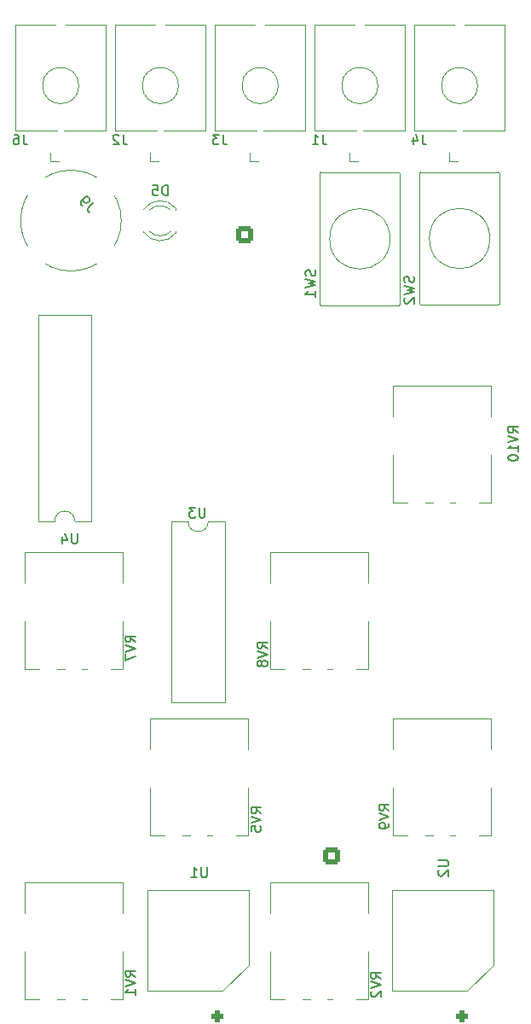
<source format=gbo>
G04 #@! TF.GenerationSoftware,KiCad,Pcbnew,(6.0.0)*
G04 #@! TF.CreationDate,2022-08-05T10:14:58-07:00*
G04 #@! TF.ProjectId,synth,73796e74-682e-46b6-9963-61645f706362,rev?*
G04 #@! TF.SameCoordinates,Original*
G04 #@! TF.FileFunction,Legend,Bot*
G04 #@! TF.FilePolarity,Positive*
%FSLAX46Y46*%
G04 Gerber Fmt 4.6, Leading zero omitted, Abs format (unit mm)*
G04 Created by KiCad (PCBNEW (6.0.0)) date 2022-08-05 10:14:58*
%MOMM*%
%LPD*%
G01*
G04 APERTURE LIST*
G04 Aperture macros list*
%AMRoundRect*
0 Rectangle with rounded corners*
0 $1 Rounding radius*
0 $2 $3 $4 $5 $6 $7 $8 $9 X,Y pos of 4 corners*
0 Add a 4 corners polygon primitive as box body*
4,1,4,$2,$3,$4,$5,$6,$7,$8,$9,$2,$3,0*
0 Add four circle primitives for the rounded corners*
1,1,$1+$1,$2,$3*
1,1,$1+$1,$4,$5*
1,1,$1+$1,$6,$7*
1,1,$1+$1,$8,$9*
0 Add four rect primitives between the rounded corners*
20,1,$1+$1,$2,$3,$4,$5,0*
20,1,$1+$1,$4,$5,$6,$7,0*
20,1,$1+$1,$6,$7,$8,$9,0*
20,1,$1+$1,$8,$9,$2,$3,0*%
G04 Aperture macros list end*
%ADD10C,0.150000*%
%ADD11C,0.120000*%
%ADD12C,0.125000*%
%ADD13RoundRect,0.250000X-0.600000X-0.600000X0.600000X-0.600000X0.600000X0.600000X-0.600000X0.600000X0*%
%ADD14C,1.700000*%
%ADD15RoundRect,0.250000X0.600000X0.600000X-0.600000X0.600000X-0.600000X-0.600000X0.600000X-0.600000X0*%
%ADD16O,2.720000X3.240000*%
%ADD17R,1.800000X1.800000*%
%ADD18C,1.800000*%
%ADD19C,2.000000*%
%ADD20C,2.500000*%
%ADD21R,1.600000X1.600000*%
%ADD22O,1.600000X1.600000*%
%ADD23R,1.930000X1.830000*%
%ADD24C,2.130000*%
%ADD25RoundRect,0.287500X0.287500X-0.287500X0.287500X0.287500X-0.287500X0.287500X-0.287500X-0.287500X0*%
%ADD26C,1.150000*%
%ADD27C,3.100000*%
G04 APERTURE END LIST*
D10*
X161252380Y-121004761D02*
X160776190Y-120671428D01*
X161252380Y-120433333D02*
X160252380Y-120433333D01*
X160252380Y-120814285D01*
X160300000Y-120909523D01*
X160347619Y-120957142D01*
X160442857Y-121004761D01*
X160585714Y-121004761D01*
X160680952Y-120957142D01*
X160728571Y-120909523D01*
X160776190Y-120814285D01*
X160776190Y-120433333D01*
X160252380Y-121290476D02*
X161252380Y-121623809D01*
X160252380Y-121957142D01*
X161252380Y-122338095D02*
X161252380Y-122528571D01*
X161204761Y-122623809D01*
X161157142Y-122671428D01*
X161014285Y-122766666D01*
X160823809Y-122814285D01*
X160442857Y-122814285D01*
X160347619Y-122766666D01*
X160300000Y-122719047D01*
X160252380Y-122623809D01*
X160252380Y-122433333D01*
X160300000Y-122338095D01*
X160347619Y-122290476D01*
X160442857Y-122242857D01*
X160680952Y-122242857D01*
X160776190Y-122290476D01*
X160823809Y-122338095D01*
X160871428Y-122433333D01*
X160871428Y-122623809D01*
X160823809Y-122719047D01*
X160776190Y-122766666D01*
X160680952Y-122814285D01*
X131897891Y-60706131D02*
X131392815Y-61211207D01*
X131325471Y-61345894D01*
X131325471Y-61480581D01*
X131392815Y-61615268D01*
X131460158Y-61682611D01*
X130820395Y-61042848D02*
X130685708Y-60908161D01*
X130652036Y-60807146D01*
X130652036Y-60739802D01*
X130685708Y-60571444D01*
X130786723Y-60403085D01*
X131056097Y-60133711D01*
X131157112Y-60100039D01*
X131224456Y-60100039D01*
X131325471Y-60133711D01*
X131460158Y-60268398D01*
X131493830Y-60369413D01*
X131493830Y-60436757D01*
X131460158Y-60537772D01*
X131291799Y-60706131D01*
X131190784Y-60739802D01*
X131123441Y-60739802D01*
X131022425Y-60706131D01*
X130887738Y-60571444D01*
X130854067Y-60470428D01*
X130854067Y-60403085D01*
X130887738Y-60302070D01*
X174070998Y-83541571D02*
X173594808Y-83208238D01*
X174070998Y-82970142D02*
X173070998Y-82970142D01*
X173070998Y-83351095D01*
X173118618Y-83446333D01*
X173166237Y-83493952D01*
X173261475Y-83541571D01*
X173404332Y-83541571D01*
X173499570Y-83493952D01*
X173547189Y-83446333D01*
X173594808Y-83351095D01*
X173594808Y-82970142D01*
X173070998Y-83827285D02*
X174070998Y-84160619D01*
X173070998Y-84493952D01*
X174070998Y-85351095D02*
X174070998Y-84779666D01*
X174070998Y-85065380D02*
X173070998Y-85065380D01*
X173213856Y-84970142D01*
X173309094Y-84874904D01*
X173356713Y-84779666D01*
X173070998Y-85970142D02*
X173070998Y-86065380D01*
X173118618Y-86160619D01*
X173166237Y-86208238D01*
X173261475Y-86255857D01*
X173451951Y-86303476D01*
X173690046Y-86303476D01*
X173880522Y-86255857D01*
X173975760Y-86208238D01*
X174023379Y-86160619D01*
X174070998Y-86065380D01*
X174070998Y-85970142D01*
X174023379Y-85874904D01*
X173975760Y-85827285D01*
X173880522Y-85779666D01*
X173690046Y-85732047D01*
X173451951Y-85732047D01*
X173261475Y-85779666D01*
X173166237Y-85827285D01*
X173118618Y-85874904D01*
X173070998Y-85970142D01*
X139243095Y-59992380D02*
X139243095Y-58992380D01*
X139005000Y-58992380D01*
X138862142Y-59040000D01*
X138766904Y-59135238D01*
X138719285Y-59230476D01*
X138671666Y-59420952D01*
X138671666Y-59563809D01*
X138719285Y-59754285D01*
X138766904Y-59849523D01*
X138862142Y-59944761D01*
X139005000Y-59992380D01*
X139243095Y-59992380D01*
X137766904Y-58992380D02*
X138243095Y-58992380D01*
X138290714Y-59468571D01*
X138243095Y-59420952D01*
X138147857Y-59373333D01*
X137909761Y-59373333D01*
X137814523Y-59420952D01*
X137766904Y-59468571D01*
X137719285Y-59563809D01*
X137719285Y-59801904D01*
X137766904Y-59897142D01*
X137814523Y-59944761D01*
X137909761Y-59992380D01*
X138147857Y-59992380D01*
X138243095Y-59944761D01*
X138290714Y-59897142D01*
X130301904Y-93521380D02*
X130301904Y-94330904D01*
X130254285Y-94426142D01*
X130206666Y-94473761D01*
X130111428Y-94521380D01*
X129920952Y-94521380D01*
X129825714Y-94473761D01*
X129778095Y-94426142D01*
X129730476Y-94330904D01*
X129730476Y-93521380D01*
X128825714Y-93854714D02*
X128825714Y-94521380D01*
X129063809Y-93473761D02*
X129301904Y-94188047D01*
X128682857Y-94188047D01*
X144747951Y-53936380D02*
X144747951Y-54650666D01*
X144795570Y-54793523D01*
X144890808Y-54888761D01*
X145033665Y-54936380D01*
X145128903Y-54936380D01*
X144366998Y-53936380D02*
X143747951Y-53936380D01*
X144081284Y-54317333D01*
X143938427Y-54317333D01*
X143843189Y-54364952D01*
X143795570Y-54412571D01*
X143747951Y-54507809D01*
X143747951Y-54745904D01*
X143795570Y-54841142D01*
X143843189Y-54888761D01*
X143938427Y-54936380D01*
X144224141Y-54936380D01*
X144319379Y-54888761D01*
X144366998Y-54841142D01*
X148552380Y-121304761D02*
X148076190Y-120971428D01*
X148552380Y-120733333D02*
X147552380Y-120733333D01*
X147552380Y-121114285D01*
X147600000Y-121209523D01*
X147647619Y-121257142D01*
X147742857Y-121304761D01*
X147885714Y-121304761D01*
X147980952Y-121257142D01*
X148028571Y-121209523D01*
X148076190Y-121114285D01*
X148076190Y-120733333D01*
X147552380Y-121590476D02*
X148552380Y-121923809D01*
X147552380Y-122257142D01*
X147552380Y-123066666D02*
X147552380Y-122590476D01*
X148028571Y-122542857D01*
X147980952Y-122590476D01*
X147933333Y-122685714D01*
X147933333Y-122923809D01*
X147980952Y-123019047D01*
X148028571Y-123066666D01*
X148123809Y-123114285D01*
X148361904Y-123114285D01*
X148457142Y-123066666D01*
X148504761Y-123019047D01*
X148552380Y-122923809D01*
X148552380Y-122685714D01*
X148504761Y-122590476D01*
X148457142Y-122542857D01*
X142961904Y-90952380D02*
X142961904Y-91761904D01*
X142914285Y-91857142D01*
X142866666Y-91904761D01*
X142771428Y-91952380D01*
X142580952Y-91952380D01*
X142485714Y-91904761D01*
X142438095Y-91857142D01*
X142390476Y-91761904D01*
X142390476Y-90952380D01*
X142009523Y-90952380D02*
X141390476Y-90952380D01*
X141723809Y-91333333D01*
X141580952Y-91333333D01*
X141485714Y-91380952D01*
X141438095Y-91428571D01*
X141390476Y-91523809D01*
X141390476Y-91761904D01*
X141438095Y-91857142D01*
X141485714Y-91904761D01*
X141580952Y-91952380D01*
X141866666Y-91952380D01*
X141961904Y-91904761D01*
X142009523Y-91857142D01*
X136052380Y-137504761D02*
X135576190Y-137171428D01*
X136052380Y-136933333D02*
X135052380Y-136933333D01*
X135052380Y-137314285D01*
X135100000Y-137409523D01*
X135147619Y-137457142D01*
X135242857Y-137504761D01*
X135385714Y-137504761D01*
X135480952Y-137457142D01*
X135528571Y-137409523D01*
X135576190Y-137314285D01*
X135576190Y-136933333D01*
X135052380Y-137790476D02*
X136052380Y-138123809D01*
X135052380Y-138457142D01*
X136052380Y-139314285D02*
X136052380Y-138742857D01*
X136052380Y-139028571D02*
X135052380Y-139028571D01*
X135195238Y-138933333D01*
X135290476Y-138838095D01*
X135338095Y-138742857D01*
X143161904Y-126652380D02*
X143161904Y-127461904D01*
X143114285Y-127557142D01*
X143066666Y-127604761D01*
X142971428Y-127652380D01*
X142780952Y-127652380D01*
X142685714Y-127604761D01*
X142638095Y-127557142D01*
X142590476Y-127461904D01*
X142590476Y-126652380D01*
X141590476Y-127652380D02*
X142161904Y-127652380D01*
X141876190Y-127652380D02*
X141876190Y-126652380D01*
X141971428Y-126795238D01*
X142066666Y-126890476D01*
X142161904Y-126938095D01*
X166152380Y-125938095D02*
X166961904Y-125938095D01*
X167057142Y-125985714D01*
X167104761Y-126033333D01*
X167152380Y-126128571D01*
X167152380Y-126319047D01*
X167104761Y-126414285D01*
X167057142Y-126461904D01*
X166961904Y-126509523D01*
X166152380Y-126509523D01*
X166247619Y-126938095D02*
X166200000Y-126985714D01*
X166152380Y-127080952D01*
X166152380Y-127319047D01*
X166200000Y-127414285D01*
X166247619Y-127461904D01*
X166342857Y-127509523D01*
X166438095Y-127509523D01*
X166580952Y-127461904D01*
X167152380Y-126890476D01*
X167152380Y-127509523D01*
X149152380Y-104904761D02*
X148676190Y-104571428D01*
X149152380Y-104333333D02*
X148152380Y-104333333D01*
X148152380Y-104714285D01*
X148200000Y-104809523D01*
X148247619Y-104857142D01*
X148342857Y-104904761D01*
X148485714Y-104904761D01*
X148580952Y-104857142D01*
X148628571Y-104809523D01*
X148676190Y-104714285D01*
X148676190Y-104333333D01*
X148152380Y-105190476D02*
X149152380Y-105523809D01*
X148152380Y-105857142D01*
X148580952Y-106333333D02*
X148533333Y-106238095D01*
X148485714Y-106190476D01*
X148390476Y-106142857D01*
X148342857Y-106142857D01*
X148247619Y-106190476D01*
X148200000Y-106238095D01*
X148152380Y-106333333D01*
X148152380Y-106523809D01*
X148200000Y-106619047D01*
X148247619Y-106666666D01*
X148342857Y-106714285D01*
X148390476Y-106714285D01*
X148485714Y-106666666D01*
X148533333Y-106619047D01*
X148580952Y-106523809D01*
X148580952Y-106333333D01*
X148628571Y-106238095D01*
X148676190Y-106190476D01*
X148771428Y-106142857D01*
X148961904Y-106142857D01*
X149057142Y-106190476D01*
X149104761Y-106238095D01*
X149152380Y-106333333D01*
X149152380Y-106523809D01*
X149104761Y-106619047D01*
X149057142Y-106666666D01*
X148961904Y-106714285D01*
X148771428Y-106714285D01*
X148676190Y-106666666D01*
X148628571Y-106619047D01*
X148580952Y-106523809D01*
X160452380Y-137704761D02*
X159976190Y-137371428D01*
X160452380Y-137133333D02*
X159452380Y-137133333D01*
X159452380Y-137514285D01*
X159500000Y-137609523D01*
X159547619Y-137657142D01*
X159642857Y-137704761D01*
X159785714Y-137704761D01*
X159880952Y-137657142D01*
X159928571Y-137609523D01*
X159976190Y-137514285D01*
X159976190Y-137133333D01*
X159452380Y-137990476D02*
X160452380Y-138323809D01*
X159452380Y-138657142D01*
X159547619Y-138942857D02*
X159500000Y-138990476D01*
X159452380Y-139085714D01*
X159452380Y-139323809D01*
X159500000Y-139419047D01*
X159547619Y-139466666D01*
X159642857Y-139514285D01*
X159738095Y-139514285D01*
X159880952Y-139466666D01*
X160452380Y-138895238D01*
X160452380Y-139514285D01*
X163704761Y-68045357D02*
X163752380Y-68188214D01*
X163752380Y-68426309D01*
X163704761Y-68521547D01*
X163657142Y-68569166D01*
X163561904Y-68616785D01*
X163466666Y-68616785D01*
X163371428Y-68569166D01*
X163323809Y-68521547D01*
X163276190Y-68426309D01*
X163228571Y-68235833D01*
X163180952Y-68140595D01*
X163133333Y-68092976D01*
X163038095Y-68045357D01*
X162942857Y-68045357D01*
X162847619Y-68092976D01*
X162800000Y-68140595D01*
X162752380Y-68235833D01*
X162752380Y-68473928D01*
X162800000Y-68616785D01*
X162752380Y-68950119D02*
X163752380Y-69188214D01*
X163038095Y-69378690D01*
X163752380Y-69569166D01*
X162752380Y-69807261D01*
X162847619Y-70140595D02*
X162800000Y-70188214D01*
X162752380Y-70283452D01*
X162752380Y-70521547D01*
X162800000Y-70616785D01*
X162847619Y-70664404D01*
X162942857Y-70712023D01*
X163038095Y-70712023D01*
X163180952Y-70664404D01*
X163752380Y-70092976D01*
X163752380Y-70712023D01*
X124935951Y-53936380D02*
X124935951Y-54650666D01*
X124983570Y-54793523D01*
X125078808Y-54888761D01*
X125221665Y-54936380D01*
X125316903Y-54936380D01*
X124031189Y-53936380D02*
X124221665Y-53936380D01*
X124316903Y-53984000D01*
X124364522Y-54031619D01*
X124459760Y-54174476D01*
X124507379Y-54364952D01*
X124507379Y-54745904D01*
X124459760Y-54841142D01*
X124412141Y-54888761D01*
X124316903Y-54936380D01*
X124126427Y-54936380D01*
X124031189Y-54888761D01*
X123983570Y-54841142D01*
X123935951Y-54745904D01*
X123935951Y-54507809D01*
X123983570Y-54412571D01*
X124031189Y-54364952D01*
X124126427Y-54317333D01*
X124316903Y-54317333D01*
X124412141Y-54364952D01*
X124459760Y-54412571D01*
X124507379Y-54507809D01*
X153904761Y-67387976D02*
X153952380Y-67530833D01*
X153952380Y-67768928D01*
X153904761Y-67864166D01*
X153857142Y-67911785D01*
X153761904Y-67959404D01*
X153666666Y-67959404D01*
X153571428Y-67911785D01*
X153523809Y-67864166D01*
X153476190Y-67768928D01*
X153428571Y-67578452D01*
X153380952Y-67483214D01*
X153333333Y-67435595D01*
X153238095Y-67387976D01*
X153142857Y-67387976D01*
X153047619Y-67435595D01*
X153000000Y-67483214D01*
X152952380Y-67578452D01*
X152952380Y-67816547D01*
X153000000Y-67959404D01*
X152952380Y-68292738D02*
X153952380Y-68530833D01*
X153238095Y-68721309D01*
X153952380Y-68911785D01*
X152952380Y-69149880D01*
X153952380Y-70054642D02*
X153952380Y-69483214D01*
X153952380Y-69768928D02*
X152952380Y-69768928D01*
X153095238Y-69673690D01*
X153190476Y-69578452D01*
X153238095Y-69483214D01*
X154653951Y-53936380D02*
X154653951Y-54650666D01*
X154701570Y-54793523D01*
X154796808Y-54888761D01*
X154939665Y-54936380D01*
X155034903Y-54936380D01*
X153653951Y-54936380D02*
X154225379Y-54936380D01*
X153939665Y-54936380D02*
X153939665Y-53936380D01*
X154034903Y-54079238D01*
X154130141Y-54174476D01*
X154225379Y-54222095D01*
X134841951Y-53936380D02*
X134841951Y-54650666D01*
X134889570Y-54793523D01*
X134984808Y-54888761D01*
X135127665Y-54936380D01*
X135222903Y-54936380D01*
X134413379Y-54031619D02*
X134365760Y-53984000D01*
X134270522Y-53936380D01*
X134032427Y-53936380D01*
X133937189Y-53984000D01*
X133889570Y-54031619D01*
X133841951Y-54126857D01*
X133841951Y-54222095D01*
X133889570Y-54364952D01*
X134460998Y-54936380D01*
X133841951Y-54936380D01*
X136052380Y-104304761D02*
X135576190Y-103971428D01*
X136052380Y-103733333D02*
X135052380Y-103733333D01*
X135052380Y-104114285D01*
X135100000Y-104209523D01*
X135147619Y-104257142D01*
X135242857Y-104304761D01*
X135385714Y-104304761D01*
X135480952Y-104257142D01*
X135528571Y-104209523D01*
X135576190Y-104114285D01*
X135576190Y-103733333D01*
X135052380Y-104590476D02*
X136052380Y-104923809D01*
X135052380Y-105257142D01*
X135052380Y-105495238D02*
X135052380Y-106161904D01*
X136052380Y-105733333D01*
X164559951Y-53936380D02*
X164559951Y-54650666D01*
X164607570Y-54793523D01*
X164702808Y-54888761D01*
X164845665Y-54936380D01*
X164940903Y-54936380D01*
X163655189Y-54269714D02*
X163655189Y-54936380D01*
X163893284Y-53888761D02*
X164131379Y-54603047D01*
X163512332Y-54603047D01*
D11*
X164818618Y-123463000D02*
X165648618Y-123463000D01*
X171348618Y-114933000D02*
X171348618Y-111873000D01*
X161608618Y-123463000D02*
X161608618Y-118743000D01*
X167268618Y-123463000D02*
X167798618Y-123463000D01*
X161608618Y-111873000D02*
X171348618Y-111873000D01*
X170168618Y-123463000D02*
X171348618Y-123463000D01*
X161608618Y-123463000D02*
X163098618Y-123463000D01*
X161608618Y-114933000D02*
X161608618Y-111873000D01*
X171358618Y-123463000D02*
X171358618Y-118743000D01*
X134648618Y-62484000D02*
G75*
G03*
X134648618Y-62484000I-5000000J0D01*
G01*
X161608618Y-81913000D02*
X161608618Y-78853000D01*
X170168618Y-90443000D02*
X171348618Y-90443000D01*
X161608618Y-90443000D02*
X163098618Y-90443000D01*
X164818618Y-90443000D02*
X165648618Y-90443000D01*
X167268618Y-90443000D02*
X167798618Y-90443000D01*
X161608618Y-90443000D02*
X161608618Y-85723000D01*
X171358618Y-90443000D02*
X171358618Y-85723000D01*
X171348618Y-81913000D02*
X171348618Y-78853000D01*
X161608618Y-78853000D02*
X171348618Y-78853000D01*
X140065000Y-63580000D02*
X140065000Y-63736000D01*
X140065000Y-61264000D02*
X140065000Y-61420000D01*
X140065000Y-61264484D02*
G75*
G03*
X136832665Y-61421392I-1560000J-1235517D01*
G01*
X139545961Y-61420000D02*
G75*
G03*
X137463870Y-61420163I-1040961J-1080000D01*
G01*
X137463870Y-63579837D02*
G75*
G03*
X139545961Y-63580000I1041130J1079837D01*
G01*
X136832665Y-63578608D02*
G75*
G03*
X140065000Y-63735516I1672335J1078609D01*
G01*
X131682000Y-71867000D02*
X131682000Y-92307000D01*
X126382000Y-71867000D02*
X131682000Y-71867000D01*
X128032000Y-92307000D02*
X126382000Y-92307000D01*
X131682000Y-92307000D02*
X130032000Y-92307000D01*
X126382000Y-92307000D02*
X126382000Y-71867000D01*
X130032000Y-92307000D02*
G75*
G03*
X128032000Y-92307000I-1000000J0D01*
G01*
X147944618Y-43084000D02*
X143944618Y-43084000D01*
X152944618Y-53584000D02*
X152944618Y-43084000D01*
X143944618Y-53584000D02*
X143944618Y-43084000D01*
X147384618Y-56564000D02*
X148244618Y-56564000D01*
X152944618Y-43084000D02*
X148944618Y-43084000D01*
X147384618Y-56564000D02*
X147384618Y-55764000D01*
X152944618Y-53584000D02*
X148794618Y-53584000D01*
X148094618Y-53584000D02*
X143944618Y-53584000D01*
X150244618Y-49084000D02*
G75*
G03*
X150244618Y-49084000I-1800000J0D01*
G01*
X146038618Y-123463000D02*
X147218618Y-123463000D01*
X137478618Y-114933000D02*
X137478618Y-111873000D01*
X137478618Y-123463000D02*
X137478618Y-118743000D01*
X137478618Y-111873000D02*
X147218618Y-111873000D01*
X147218618Y-114933000D02*
X147218618Y-111873000D01*
X137478618Y-123463000D02*
X138968618Y-123463000D01*
X147228618Y-123463000D02*
X147228618Y-118743000D01*
X143138618Y-123463000D02*
X143668618Y-123463000D01*
X140688618Y-123463000D02*
X141518618Y-123463000D01*
X139640000Y-110245000D02*
X139640000Y-92345000D01*
X143290000Y-92345000D02*
X144940000Y-92345000D01*
X144940000Y-110245000D02*
X139640000Y-110245000D01*
X144940000Y-92345000D02*
X144940000Y-110245000D01*
X139640000Y-92345000D02*
X141290000Y-92345000D01*
X141290000Y-92345000D02*
G75*
G03*
X143290000Y-92345000I1000000J0D01*
G01*
X130692618Y-139719000D02*
X131222618Y-139719000D01*
X134772618Y-131189000D02*
X134772618Y-128129000D01*
X125032618Y-139719000D02*
X126522618Y-139719000D01*
X125032618Y-139719000D02*
X125032618Y-134999000D01*
X125032618Y-128129000D02*
X134772618Y-128129000D01*
X133592618Y-139719000D02*
X134772618Y-139719000D01*
X128242618Y-139719000D02*
X129072618Y-139719000D01*
X125032618Y-131189000D02*
X125032618Y-128129000D01*
X134782618Y-139719000D02*
X134782618Y-134999000D01*
X147310000Y-128890000D02*
X147310000Y-136330000D01*
X137290000Y-138910000D02*
X137290000Y-128890000D01*
X137290000Y-128890000D02*
X147310000Y-128890000D01*
X144730000Y-138910000D02*
X137290000Y-138910000D01*
X147310000Y-136330000D02*
X144730000Y-138910000D01*
X169030000Y-138910000D02*
X161590000Y-138910000D01*
X171610000Y-128890000D02*
X171610000Y-136330000D01*
X161590000Y-128890000D02*
X171610000Y-128890000D01*
X171610000Y-136330000D02*
X169030000Y-138910000D01*
X161590000Y-138910000D02*
X161590000Y-128890000D01*
X159156618Y-98423000D02*
X159156618Y-95363000D01*
X149416618Y-95363000D02*
X159156618Y-95363000D01*
X155076618Y-106953000D02*
X155606618Y-106953000D01*
X159166618Y-106953000D02*
X159166618Y-102233000D01*
X149416618Y-106953000D02*
X150906618Y-106953000D01*
X157976618Y-106953000D02*
X159156618Y-106953000D01*
X149416618Y-106953000D02*
X149416618Y-102233000D01*
X149416618Y-98423000D02*
X149416618Y-95363000D01*
X152626618Y-106953000D02*
X153456618Y-106953000D01*
X149416618Y-139719000D02*
X149416618Y-134999000D01*
X149416618Y-128129000D02*
X159156618Y-128129000D01*
X159156618Y-131189000D02*
X159156618Y-128129000D01*
X149416618Y-139719000D02*
X150906618Y-139719000D01*
X155076618Y-139719000D02*
X155606618Y-139719000D01*
X149416618Y-131189000D02*
X149416618Y-128129000D01*
X157976618Y-139719000D02*
X159156618Y-139719000D01*
X159166618Y-139719000D02*
X159166618Y-134999000D01*
X152626618Y-139719000D02*
X153456618Y-139719000D01*
D12*
X164356618Y-70862000D02*
X172156618Y-70862000D01*
X172256618Y-70762000D02*
X172256618Y-57762000D01*
X164256618Y-57762000D02*
X164256618Y-70762000D01*
X172156618Y-57662000D02*
X164356618Y-57662000D01*
X164256118Y-70739000D02*
G75*
G03*
X164383118Y-70866000I126999J-1D01*
G01*
X172130118Y-70866000D02*
G75*
G03*
X172257118Y-70739000I1J126999D01*
G01*
X164383118Y-57658000D02*
G75*
G03*
X164256118Y-57785000I-1J-126999D01*
G01*
X172257118Y-57785000D02*
G75*
G03*
X172130118Y-57658000I-126999J1D01*
G01*
X171256618Y-64262000D02*
G75*
G03*
X171256618Y-64262000I-3000000J0D01*
G01*
D11*
X133132618Y-43084000D02*
X129132618Y-43084000D01*
X128282618Y-53584000D02*
X124132618Y-53584000D01*
X124132618Y-53584000D02*
X124132618Y-43084000D01*
X127572618Y-56564000D02*
X127572618Y-55764000D01*
X128132618Y-43084000D02*
X124132618Y-43084000D01*
X133132618Y-53584000D02*
X128982618Y-53584000D01*
X127572618Y-56564000D02*
X128432618Y-56564000D01*
X133132618Y-53584000D02*
X133132618Y-43084000D01*
X130432618Y-49084000D02*
G75*
G03*
X130432618Y-49084000I-1800000J0D01*
G01*
D12*
X162250618Y-57700000D02*
X154450618Y-57700000D01*
X162350618Y-70800000D02*
X162350618Y-57800000D01*
X154450618Y-70900000D02*
X162250618Y-70900000D01*
X154350618Y-57800000D02*
X154350618Y-70800000D01*
X162224118Y-70904000D02*
G75*
G03*
X162351118Y-70777000I1J126999D01*
G01*
X162351118Y-57823000D02*
G75*
G03*
X162224118Y-57696000I-126999J1D01*
G01*
X154477118Y-57696000D02*
G75*
G03*
X154350118Y-57823000I-1J-126999D01*
G01*
X154350118Y-70777000D02*
G75*
G03*
X154477118Y-70904000I126999J-1D01*
G01*
X161350618Y-64300000D02*
G75*
G03*
X161350618Y-64300000I-3000000J0D01*
G01*
D11*
X157850618Y-43084000D02*
X153850618Y-43084000D01*
X153850618Y-53584000D02*
X153850618Y-43084000D01*
X162850618Y-43084000D02*
X158850618Y-43084000D01*
X157290618Y-56564000D02*
X158150618Y-56564000D01*
X157290618Y-56564000D02*
X157290618Y-55764000D01*
X162850618Y-53584000D02*
X158700618Y-53584000D01*
X162850618Y-53584000D02*
X162850618Y-43084000D01*
X158000618Y-53584000D02*
X153850618Y-53584000D01*
X160150618Y-49084000D02*
G75*
G03*
X160150618Y-49084000I-1800000J0D01*
G01*
X138188618Y-53584000D02*
X134038618Y-53584000D01*
X137478618Y-56564000D02*
X138338618Y-56564000D01*
X143038618Y-53584000D02*
X143038618Y-43084000D01*
X143038618Y-43084000D02*
X139038618Y-43084000D01*
X143038618Y-53584000D02*
X138888618Y-53584000D01*
X138038618Y-43084000D02*
X134038618Y-43084000D01*
X134038618Y-53584000D02*
X134038618Y-43084000D01*
X137478618Y-56564000D02*
X137478618Y-55764000D01*
X140338618Y-49084000D02*
G75*
G03*
X140338618Y-49084000I-1800000J0D01*
G01*
X134782618Y-106953000D02*
X134782618Y-102233000D01*
X130692618Y-106953000D02*
X131222618Y-106953000D01*
X128242618Y-106953000D02*
X129072618Y-106953000D01*
X125032618Y-98423000D02*
X125032618Y-95363000D01*
X133592618Y-106953000D02*
X134772618Y-106953000D01*
X134772618Y-98423000D02*
X134772618Y-95363000D01*
X125032618Y-95363000D02*
X134772618Y-95363000D01*
X125032618Y-106953000D02*
X125032618Y-102233000D01*
X125032618Y-106953000D02*
X126522618Y-106953000D01*
X172756618Y-53584000D02*
X172756618Y-43084000D01*
X167906618Y-53584000D02*
X163756618Y-53584000D01*
X167756618Y-43084000D02*
X163756618Y-43084000D01*
X167196618Y-56564000D02*
X167196618Y-55764000D01*
X172756618Y-43084000D02*
X168756618Y-43084000D01*
X163756618Y-53584000D02*
X163756618Y-43084000D01*
X172756618Y-53584000D02*
X168606618Y-53584000D01*
X167196618Y-56564000D02*
X168056618Y-56564000D01*
X170056618Y-49084000D02*
G75*
G03*
X170056618Y-49084000I-1800000J0D01*
G01*
%LPC*%
D13*
X146900000Y-63900000D03*
D14*
X149440000Y-63900000D03*
X146900000Y-66440000D03*
X149440000Y-66440000D03*
X146900000Y-68980000D03*
X149440000Y-68980000D03*
D15*
X155552500Y-125480000D03*
D14*
X153012500Y-125480000D03*
X155552500Y-122940000D03*
X153012500Y-122940000D03*
X155552500Y-120400000D03*
X153012500Y-120400000D03*
X155552500Y-117860000D03*
X153012500Y-117860000D03*
X155552500Y-115320000D03*
X153012500Y-115320000D03*
D16*
X171278618Y-116843000D03*
X161678618Y-116843000D03*
D17*
X168978618Y-124343000D03*
D18*
X166478618Y-124343000D03*
X163978618Y-124343000D03*
D19*
X129648618Y-62484000D03*
D20*
X126113084Y-66019534D03*
X126113084Y-58948466D03*
X133184152Y-58948466D03*
X133184152Y-66019534D03*
D16*
X161678618Y-83823000D03*
X171278618Y-83823000D03*
D17*
X168978618Y-91323000D03*
D18*
X166478618Y-91323000D03*
X163978618Y-91323000D03*
D17*
X139775000Y-62500000D03*
D18*
X137235000Y-62500000D03*
D21*
X125222000Y-90977000D03*
D22*
X125222000Y-88437000D03*
X125222000Y-85897000D03*
X125222000Y-83357000D03*
X125222000Y-80817000D03*
X125222000Y-78277000D03*
X125222000Y-75737000D03*
X125222000Y-73197000D03*
X132842000Y-73197000D03*
X132842000Y-75737000D03*
X132842000Y-78277000D03*
X132842000Y-80817000D03*
X132842000Y-83357000D03*
X132842000Y-85897000D03*
X132842000Y-88437000D03*
X132842000Y-90977000D03*
D23*
X148444618Y-55564000D03*
D24*
X148444618Y-44164000D03*
X148444618Y-52464000D03*
D16*
X137548618Y-116843000D03*
X147148618Y-116843000D03*
D17*
X144848618Y-124343000D03*
D18*
X142348618Y-124343000D03*
X139848618Y-124343000D03*
D21*
X146100000Y-93675000D03*
D22*
X146100000Y-96215000D03*
X146100000Y-98755000D03*
X146100000Y-101295000D03*
X146100000Y-103835000D03*
X146100000Y-106375000D03*
X146100000Y-108915000D03*
X138480000Y-108915000D03*
X138480000Y-106375000D03*
X138480000Y-103835000D03*
X138480000Y-101295000D03*
X138480000Y-98755000D03*
X138480000Y-96215000D03*
X138480000Y-93675000D03*
D16*
X134702618Y-133099000D03*
X125102618Y-133099000D03*
D17*
X132402618Y-140599000D03*
D18*
X129902618Y-140599000D03*
X127402618Y-140599000D03*
D25*
X144200000Y-141400000D03*
D26*
X140400000Y-141400000D03*
X144840000Y-126400000D03*
X139760000Y-126400000D03*
D25*
X168500000Y-141400000D03*
D26*
X164700000Y-141400000D03*
X169140000Y-126400000D03*
X164060000Y-126400000D03*
D16*
X149486618Y-100333000D03*
X159086618Y-100333000D03*
D17*
X156786618Y-107833000D03*
D18*
X154286618Y-107833000D03*
X151786618Y-107833000D03*
D16*
X159086618Y-133099000D03*
X149486618Y-133099000D03*
D17*
X156786618Y-140599000D03*
D18*
X154286618Y-140599000D03*
X151786618Y-140599000D03*
D27*
X168256618Y-68962000D03*
X168256618Y-64262000D03*
X168256618Y-59562000D03*
D23*
X128632618Y-55564000D03*
D24*
X128632618Y-44164000D03*
X128632618Y-52464000D03*
D27*
X158350618Y-59600000D03*
X158350618Y-64300000D03*
X158350618Y-69000000D03*
D23*
X158350618Y-55564000D03*
D24*
X158350618Y-44164000D03*
X158350618Y-52464000D03*
D23*
X138538618Y-55564000D03*
D24*
X138538618Y-44164000D03*
X138538618Y-52464000D03*
D16*
X134702618Y-100333000D03*
X125102618Y-100333000D03*
D17*
X132402618Y-107833000D03*
D18*
X129902618Y-107833000D03*
X127402618Y-107833000D03*
D23*
X168256618Y-55564000D03*
D24*
X168256618Y-44164000D03*
X168256618Y-52464000D03*
M02*

</source>
